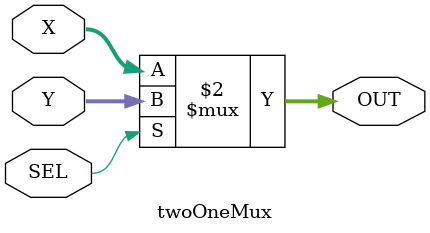
<source format=v>
module twoOneMux (X, Y, SEL, OUT);

  input [7:0] X;
  input [7:0] Y;
  input SEL;

  output [7:0] OUT;

  assign OUT = (SEL == 1'b0) ? X : Y;


endmodule
  
</source>
